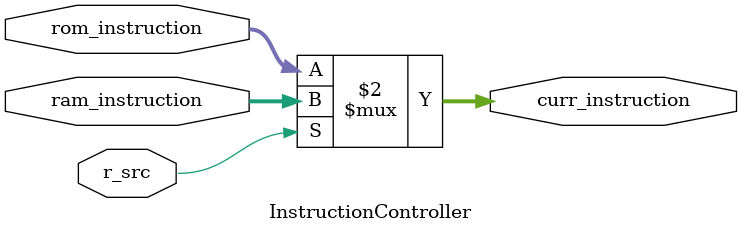
<source format=v>
module InstructionController (
	input r_src,
	input [31:0] rom_instruction,
	input [31:0] ram_instruction,
	output wire [31:0] curr_instruction
);

assign curr_instruction = ( r_src == 1 )? ram_instruction : rom_instruction;

endmodule

</source>
